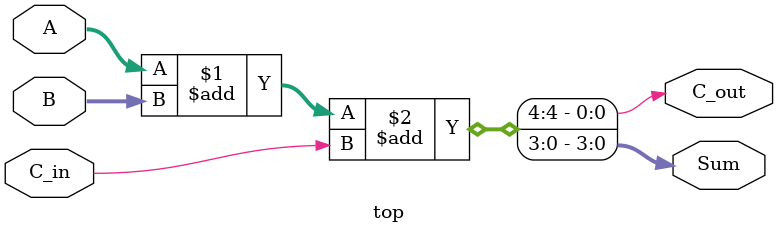
<source format=v>


module top ( 
  output [3:0] Sum, 
  output C_out, 
  input [3: 0] A, B, 
  input C_in
);

  assign {C_out, Sum} = A + B + C_in;
endmodule





  


</source>
